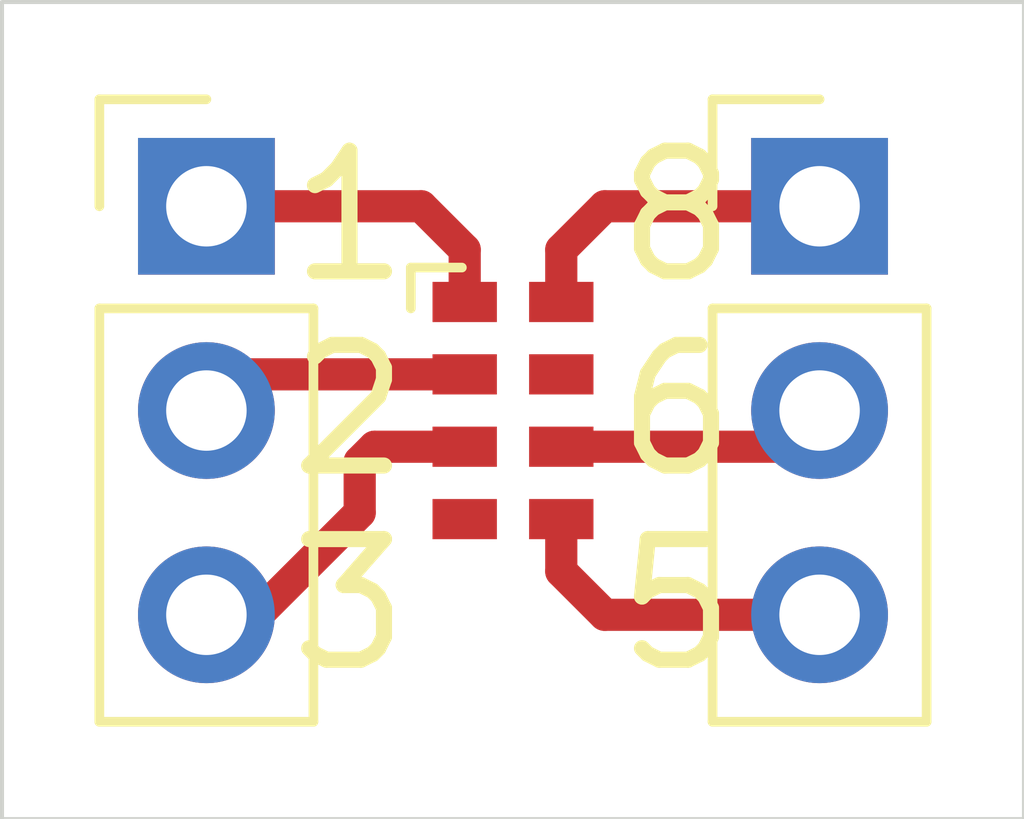
<source format=kicad_pcb>
(kicad_pcb (version 20171130) (host pcbnew "(5.1.0)-1")

  (general
    (thickness 1.6)
    (drawings 6)
    (tracks 18)
    (zones 0)
    (modules 3)
    (nets 9)
  )

  (page A4)
  (layers
    (0 F.Cu signal)
    (31 B.Cu signal)
    (32 B.Adhes user)
    (33 F.Adhes user)
    (34 B.Paste user)
    (35 F.Paste user)
    (36 B.SilkS user)
    (37 F.SilkS user)
    (38 B.Mask user)
    (39 F.Mask user)
    (40 Dwgs.User user)
    (41 Cmts.User user)
    (42 Eco1.User user)
    (43 Eco2.User user)
    (44 Edge.Cuts user)
    (45 Margin user)
    (46 B.CrtYd user)
    (47 F.CrtYd user)
    (48 B.Fab user)
    (49 F.Fab user)
  )

  (setup
    (last_trace_width 0.25)
    (user_trace_width 0.4)
    (trace_clearance 0.2)
    (zone_clearance 0.508)
    (zone_45_only no)
    (trace_min 0.2)
    (via_size 0.8)
    (via_drill 0.4)
    (via_min_size 0.4)
    (via_min_drill 0.3)
    (uvia_size 0.3)
    (uvia_drill 0.1)
    (uvias_allowed no)
    (uvia_min_size 0.2)
    (uvia_min_drill 0.1)
    (edge_width 0.05)
    (segment_width 0.2)
    (pcb_text_width 0.3)
    (pcb_text_size 1.5 1.5)
    (mod_edge_width 0.12)
    (mod_text_size 1 1)
    (mod_text_width 0.15)
    (pad_size 1.524 1.524)
    (pad_drill 0.762)
    (pad_to_mask_clearance 0.051)
    (solder_mask_min_width 0.25)
    (aux_axis_origin 0 0)
    (visible_elements 7FF9FF1F)
    (pcbplotparams
      (layerselection 0x010fc_ffffffff)
      (usegerberextensions false)
      (usegerberattributes false)
      (usegerberadvancedattributes false)
      (creategerberjobfile false)
      (excludeedgelayer true)
      (linewidth 0.100000)
      (plotframeref false)
      (viasonmask false)
      (mode 1)
      (useauxorigin false)
      (hpglpennumber 1)
      (hpglpenspeed 20)
      (hpglpendiameter 15.000000)
      (psnegative false)
      (psa4output false)
      (plotreference true)
      (plotvalue true)
      (plotinvisibletext false)
      (padsonsilk false)
      (subtractmaskfromsilk false)
      (outputformat 1)
      (mirror false)
      (drillshape 1)
      (scaleselection 1)
      (outputdirectory ""))
  )

  (net 0 "")
  (net 1 "Net-(U1-Pad4)")
  (net 2 "Net-(J1-Pad3)")
  (net 3 "Net-(J1-Pad2)")
  (net 4 "Net-(J1-Pad1)")
  (net 5 "Net-(J2-Pad3)")
  (net 6 "Net-(J2-Pad2)")
  (net 7 "Net-(J2-Pad1)")
  (net 8 "Net-(U1-Pad7)")

  (net_class Default "This is the default net class."
    (clearance 0.2)
    (trace_width 0.25)
    (via_dia 0.8)
    (via_drill 0.4)
    (uvia_dia 0.3)
    (uvia_drill 0.1)
    (add_net "Net-(J1-Pad1)")
    (add_net "Net-(J1-Pad2)")
    (add_net "Net-(J1-Pad3)")
    (add_net "Net-(J2-Pad1)")
    (add_net "Net-(J2-Pad2)")
    (add_net "Net-(J2-Pad3)")
    (add_net "Net-(U1-Pad4)")
    (add_net "Net-(U1-Pad7)")
  )

  (module STLCC8:LCC8_1.5x3.2mm (layer F.Cu) (tedit 5CAD69A8) (tstamp 5CADC21B)
    (at 119.38 99.06 270)
    (descr "8-Lead Plastic Dual Flat, No Lead Package (8MA2) - 2x3x0.6 mm Body [UDFN] (see ST M41T62 Datasheet)")
    (tags "LCC8 1.5x3.2")
    (path /5CAD772B)
    (attr smd)
    (fp_text reference U1 (at 0 -2.05 270) (layer F.SilkS) hide
      (effects (font (size 0.5 0.5) (thickness 0.06)))
    )
    (fp_text value M41T62 (at -3.81 0 270) (layer F.Fab) hide
      (effects (font (size 0.5 0.5) (thickness 0.06)))
    )
    (fp_line (start -1.778 1.27) (end -1.27 1.27) (layer F.SilkS) (width 0.12))
    (fp_line (start -1.778 0.635) (end -1.778 1.27) (layer F.SilkS) (width 0.12))
    (fp_line (start -1.6 0.75) (end 1.6 0.75) (layer F.CrtYd) (width 0.05))
    (fp_line (start -1.6 -0.75) (end 1.6 -0.75) (layer F.CrtYd) (width 0.05))
    (fp_line (start 1.6 -0.75) (end 1.6 0.75) (layer F.CrtYd) (width 0.05))
    (fp_line (start -1.6 -0.75) (end -1.6 0.75) (layer F.CrtYd) (width 0.05))
    (pad 8 smd rect (at -1.35 -0.6 270) (size 0.5 0.8) (layers F.Cu F.Paste F.Mask)
      (net 7 "Net-(J2-Pad1)"))
    (pad 7 smd rect (at -0.45 -0.6 270) (size 0.5 0.8) (layers F.Cu F.Paste F.Mask)
      (net 8 "Net-(U1-Pad7)"))
    (pad 6 smd rect (at 0.45 -0.6 270) (size 0.5 0.8) (layers F.Cu F.Paste F.Mask)
      (net 6 "Net-(J2-Pad2)"))
    (pad 5 smd rect (at 1.35 -0.6 270) (size 0.5 0.8) (layers F.Cu F.Paste F.Mask)
      (net 5 "Net-(J2-Pad3)"))
    (pad 4 smd rect (at 1.35 0.6 270) (size 0.5 0.8) (layers F.Cu F.Paste F.Mask)
      (net 1 "Net-(U1-Pad4)"))
    (pad 3 smd rect (at 0.45 0.6 270) (size 0.5 0.8) (layers F.Cu F.Paste F.Mask)
      (net 2 "Net-(J1-Pad3)"))
    (pad 2 smd rect (at -0.45 0.6 270) (size 0.5 0.8) (layers F.Cu F.Paste F.Mask)
      (net 3 "Net-(J1-Pad2)"))
    (pad 1 smd rect (at -1.35 0.6 270) (size 0.5 0.8) (layers F.Cu F.Paste F.Mask)
      (net 4 "Net-(J1-Pad1)"))
    (model ${KISYS3DMOD}/Package_DFN_QFN.3dshapes/DFN-8-1EP_3x2mm_P0.5mm_EP1.3x1.5mm.wrl
      (at (xyz 0 0 0))
      (scale (xyz 1 1 1))
      (rotate (xyz 0 0 0))
    )
  )

  (module Connector_PinHeader_2.54mm:PinHeader_1x03_P2.54mm_Vertical (layer F.Cu) (tedit 59FED5CC) (tstamp 5CADD72D)
    (at 123.19 96.52)
    (descr "Through hole straight pin header, 1x03, 2.54mm pitch, single row")
    (tags "Through hole pin header THT 1x03 2.54mm single row")
    (path /5CAF0F2D)
    (fp_text reference J2 (at 0 -2.33) (layer F.SilkS) hide
      (effects (font (size 1 1) (thickness 0.15)))
    )
    (fp_text value Conn_01x03_Male (at 0 7.41) (layer F.Fab) hide
      (effects (font (size 1 1) (thickness 0.15)))
    )
    (fp_text user %R (at 0 2.54 90) (layer F.Fab) hide
      (effects (font (size 1 1) (thickness 0.15)))
    )
    (fp_line (start 1.8 -1.8) (end -1.8 -1.8) (layer F.CrtYd) (width 0.05))
    (fp_line (start 1.8 6.85) (end 1.8 -1.8) (layer F.CrtYd) (width 0.05))
    (fp_line (start -1.8 6.85) (end 1.8 6.85) (layer F.CrtYd) (width 0.05))
    (fp_line (start -1.8 -1.8) (end -1.8 6.85) (layer F.CrtYd) (width 0.05))
    (fp_line (start -1.33 -1.33) (end 0 -1.33) (layer F.SilkS) (width 0.12))
    (fp_line (start -1.33 0) (end -1.33 -1.33) (layer F.SilkS) (width 0.12))
    (fp_line (start -1.33 1.27) (end 1.33 1.27) (layer F.SilkS) (width 0.12))
    (fp_line (start 1.33 1.27) (end 1.33 6.41) (layer F.SilkS) (width 0.12))
    (fp_line (start -1.33 1.27) (end -1.33 6.41) (layer F.SilkS) (width 0.12))
    (fp_line (start -1.33 6.41) (end 1.33 6.41) (layer F.SilkS) (width 0.12))
    (fp_line (start -1.27 -0.635) (end -0.635 -1.27) (layer F.Fab) (width 0.1))
    (fp_line (start -1.27 6.35) (end -1.27 -0.635) (layer F.Fab) (width 0.1))
    (fp_line (start 1.27 6.35) (end -1.27 6.35) (layer F.Fab) (width 0.1))
    (fp_line (start 1.27 -1.27) (end 1.27 6.35) (layer F.Fab) (width 0.1))
    (fp_line (start -0.635 -1.27) (end 1.27 -1.27) (layer F.Fab) (width 0.1))
    (pad 3 thru_hole oval (at 0 5.08) (size 1.7 1.7) (drill 1) (layers *.Cu *.Mask)
      (net 5 "Net-(J2-Pad3)"))
    (pad 2 thru_hole oval (at 0 2.54) (size 1.7 1.7) (drill 1) (layers *.Cu *.Mask)
      (net 6 "Net-(J2-Pad2)"))
    (pad 1 thru_hole rect (at 0 0) (size 1.7 1.7) (drill 1) (layers *.Cu *.Mask)
      (net 7 "Net-(J2-Pad1)"))
    (model ${KISYS3DMOD}/Connector_PinHeader_2.54mm.3dshapes/PinHeader_1x03_P2.54mm_Vertical.wrl
      (at (xyz 0 0 0))
      (scale (xyz 1 1 1))
      (rotate (xyz 0 0 0))
    )
  )

  (module Connector_PinHeader_2.54mm:PinHeader_1x03_P2.54mm_Vertical (layer F.Cu) (tedit 59FED5CC) (tstamp 5CADD716)
    (at 115.57 96.52)
    (descr "Through hole straight pin header, 1x03, 2.54mm pitch, single row")
    (tags "Through hole pin header THT 1x03 2.54mm single row")
    (path /5CAEFF91)
    (fp_text reference J1 (at 0 -2.33) (layer F.SilkS) hide
      (effects (font (size 1 1) (thickness 0.15)))
    )
    (fp_text value Conn_01x03_Male (at 0 7.41) (layer F.Fab) hide
      (effects (font (size 1 1) (thickness 0.15)))
    )
    (fp_text user %R (at 0 2.54 90) (layer F.Fab) hide
      (effects (font (size 1 1) (thickness 0.15)))
    )
    (fp_line (start 1.8 -1.8) (end -1.8 -1.8) (layer F.CrtYd) (width 0.05))
    (fp_line (start 1.8 6.85) (end 1.8 -1.8) (layer F.CrtYd) (width 0.05))
    (fp_line (start -1.8 6.85) (end 1.8 6.85) (layer F.CrtYd) (width 0.05))
    (fp_line (start -1.8 -1.8) (end -1.8 6.85) (layer F.CrtYd) (width 0.05))
    (fp_line (start -1.33 -1.33) (end 0 -1.33) (layer F.SilkS) (width 0.12))
    (fp_line (start -1.33 0) (end -1.33 -1.33) (layer F.SilkS) (width 0.12))
    (fp_line (start -1.33 1.27) (end 1.33 1.27) (layer F.SilkS) (width 0.12))
    (fp_line (start 1.33 1.27) (end 1.33 6.41) (layer F.SilkS) (width 0.12))
    (fp_line (start -1.33 1.27) (end -1.33 6.41) (layer F.SilkS) (width 0.12))
    (fp_line (start -1.33 6.41) (end 1.33 6.41) (layer F.SilkS) (width 0.12))
    (fp_line (start -1.27 -0.635) (end -0.635 -1.27) (layer F.Fab) (width 0.1))
    (fp_line (start -1.27 6.35) (end -1.27 -0.635) (layer F.Fab) (width 0.1))
    (fp_line (start 1.27 6.35) (end -1.27 6.35) (layer F.Fab) (width 0.1))
    (fp_line (start 1.27 -1.27) (end 1.27 6.35) (layer F.Fab) (width 0.1))
    (fp_line (start -0.635 -1.27) (end 1.27 -1.27) (layer F.Fab) (width 0.1))
    (pad 3 thru_hole oval (at 0 5.08) (size 1.7 1.7) (drill 1) (layers *.Cu *.Mask)
      (net 2 "Net-(J1-Pad3)"))
    (pad 2 thru_hole oval (at 0 2.54) (size 1.7 1.7) (drill 1) (layers *.Cu *.Mask)
      (net 3 "Net-(J1-Pad2)"))
    (pad 1 thru_hole rect (at 0 0) (size 1.7 1.7) (drill 1) (layers *.Cu *.Mask)
      (net 4 "Net-(J1-Pad1)"))
    (model ${KISYS3DMOD}/Connector_PinHeader_2.54mm.3dshapes/PinHeader_1x03_P2.54mm_Vertical.wrl
      (at (xyz 0 0 0))
      (scale (xyz 1 1 1))
      (rotate (xyz 0 0 0))
    )
  )

  (gr_line (start 125.73 93.98) (end 113.03 93.98) (layer Edge.Cuts) (width 0.05) (tstamp 5CAD962F))
  (gr_line (start 125.73 104.14) (end 125.73 93.98) (layer Edge.Cuts) (width 0.05))
  (gr_line (start 113.03 104.14) (end 125.73 104.14) (layer Edge.Cuts) (width 0.05))
  (gr_line (start 113.03 93.98) (end 113.03 104.14) (layer Edge.Cuts) (width 0.05))
  (gr_text "8\n6\n5" (at 121.412 99.06) (layer F.SilkS) (tstamp 5CADD94E)
    (effects (font (size 1.5 1.5) (thickness 0.2)))
  )
  (gr_text "1\n2\n3" (at 117.348 99.06) (layer F.SilkS)
    (effects (font (size 1.5 1.5) (thickness 0.2)))
  )

  (segment (start 118.78 99.51) (end 117.66 99.51) (width 0.4) (layer F.Cu) (net 2))
  (segment (start 117.66 99.51) (end 117.475 99.695) (width 0.4) (layer F.Cu) (net 2))
  (segment (start 117.475 99.695) (end 117.475 100.33) (width 0.4) (layer F.Cu) (net 2))
  (segment (start 117.475 100.33) (end 116.205 101.6) (width 0.4) (layer F.Cu) (net 2))
  (segment (start 116.205 101.6) (end 115.57 101.6) (width 0.4) (layer F.Cu) (net 2))
  (segment (start 116.02 98.61) (end 115.57 99.06) (width 0.4) (layer F.Cu) (net 3))
  (segment (start 118.78 98.61) (end 116.02 98.61) (width 0.4) (layer F.Cu) (net 3))
  (segment (start 118.78 97.06) (end 118.24 96.52) (width 0.4) (layer F.Cu) (net 4))
  (segment (start 118.78 97.71) (end 118.78 97.06) (width 0.4) (layer F.Cu) (net 4))
  (segment (start 118.24 96.52) (end 115.57 96.52) (width 0.4) (layer F.Cu) (net 4))
  (segment (start 119.98 101.06) (end 120.52 101.6) (width 0.4) (layer F.Cu) (net 5))
  (segment (start 119.98 100.41) (end 119.98 101.06) (width 0.4) (layer F.Cu) (net 5))
  (segment (start 120.52 101.6) (end 123.19 101.6) (width 0.4) (layer F.Cu) (net 5))
  (segment (start 122.74 99.51) (end 123.19 99.06) (width 0.4) (layer F.Cu) (net 6))
  (segment (start 119.98 99.51) (end 122.74 99.51) (width 0.4) (layer F.Cu) (net 6))
  (segment (start 119.98 97.06) (end 120.52 96.52) (width 0.4) (layer F.Cu) (net 7))
  (segment (start 119.98 97.71) (end 119.98 97.06) (width 0.4) (layer F.Cu) (net 7))
  (segment (start 120.52 96.52) (end 123.19 96.52) (width 0.4) (layer F.Cu) (net 7))

)

</source>
